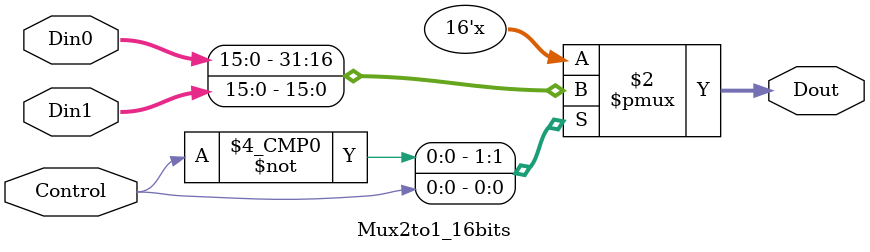
<source format=v>
module Mux2to1_16bits
	(	input [15:0]Din0,Din1,
		input Control,
		output reg [15:0]Dout);
		
always@(*)
	case(Control)
		1'd0: Dout=Din0;
		1'd1: Dout=Din1;
	endcase
endmodule
</source>
